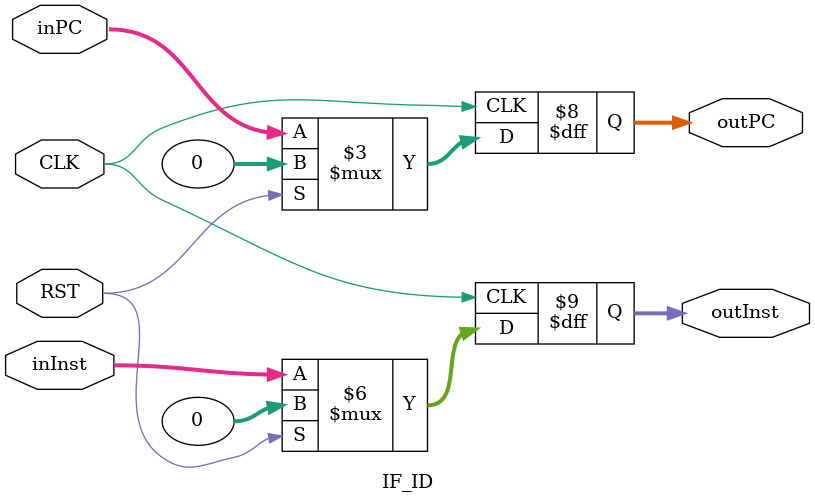
<source format=v>
`timescale 1ns / 1ps

module IF_ID(
    input CLK,
    input RST,
    input [31:0]inPC,
    output reg [31:0]outPC,
    input [31:0]inInst,
    output reg [31:0]outInst
    );
    
    always @(posedge CLK) begin
        if(RST) {outPC,outInst}<=0;
        else begin
            outPC<=inPC;
            outInst<=inInst;
        end
    end
    
endmodule

</source>
